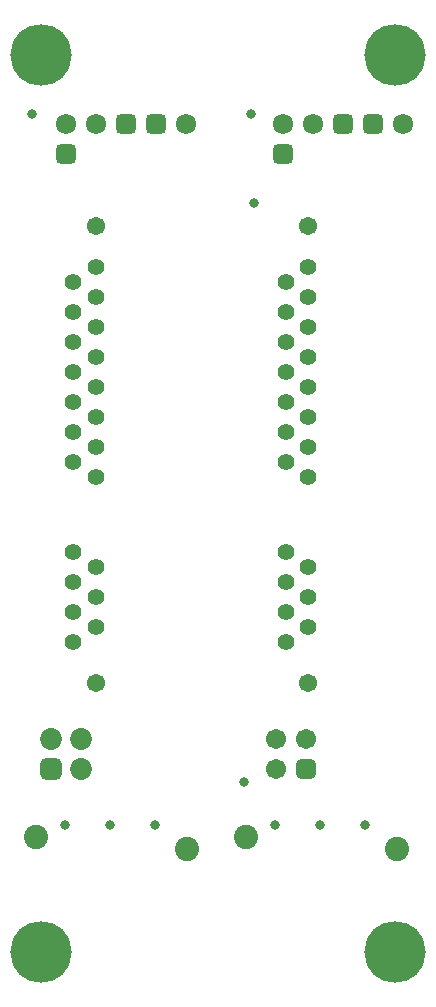
<source format=gbr>
G04*
G04 #@! TF.GenerationSoftware,Altium Limited,Altium Designer,22.11.1 (43)*
G04*
G04 Layer_Color=16711935*
%FSLAX44Y44*%
%MOMM*%
G71*
G04*
G04 #@! TF.SameCoordinates,6BFD124F-6662-46D6-B746-139303AAAD4B*
G04*
G04*
G04 #@! TF.FilePolarity,Negative*
G04*
G01*
G75*
%ADD16C,1.5432*%
%ADD17C,1.4032*%
%ADD18C,2.0500*%
%ADD19C,1.7032*%
G04:AMPARAMS|DCode=20|XSize=1.7032mm|YSize=1.7032mm|CornerRadius=0.4766mm|HoleSize=0mm|Usage=FLASHONLY|Rotation=90.000|XOffset=0mm|YOffset=0mm|HoleType=Round|Shape=RoundedRectangle|*
%AMROUNDEDRECTD20*
21,1,1.7032,0.7500,0,0,90.0*
21,1,0.7500,1.7032,0,0,90.0*
1,1,0.9532,0.3750,0.3750*
1,1,0.9532,0.3750,-0.3750*
1,1,0.9532,-0.3750,-0.3750*
1,1,0.9532,-0.3750,0.3750*
%
%ADD20ROUNDEDRECTD20*%
G04:AMPARAMS|DCode=21|XSize=1.7232mm|YSize=1.7232mm|CornerRadius=0.4816mm|HoleSize=0mm|Usage=FLASHONLY|Rotation=0.000|XOffset=0mm|YOffset=0mm|HoleType=Round|Shape=RoundedRectangle|*
%AMROUNDEDRECTD21*
21,1,1.7232,0.7600,0,0,0.0*
21,1,0.7600,1.7232,0,0,0.0*
1,1,0.9632,0.3800,-0.3800*
1,1,0.9632,-0.3800,-0.3800*
1,1,0.9632,-0.3800,0.3800*
1,1,0.9632,0.3800,0.3800*
%
%ADD21ROUNDEDRECTD21*%
%ADD22C,1.7232*%
G04:AMPARAMS|DCode=23|XSize=1.8532mm|YSize=1.8532mm|CornerRadius=0.5141mm|HoleSize=0mm|Usage=FLASHONLY|Rotation=270.000|XOffset=0mm|YOffset=0mm|HoleType=Round|Shape=RoundedRectangle|*
%AMROUNDEDRECTD23*
21,1,1.8532,0.8250,0,0,270.0*
21,1,0.8250,1.8532,0,0,270.0*
1,1,1.0282,-0.4125,-0.4125*
1,1,1.0282,-0.4125,0.4125*
1,1,1.0282,0.4125,0.4125*
1,1,1.0282,0.4125,-0.4125*
%
%ADD23ROUNDEDRECTD23*%
%ADD24C,1.8532*%
%ADD25C,5.2032*%
G04:AMPARAMS|DCode=26|XSize=1.7232mm|YSize=1.7232mm|CornerRadius=0.4816mm|HoleSize=0mm|Usage=FLASHONLY|Rotation=90.000|XOffset=0mm|YOffset=0mm|HoleType=Round|Shape=RoundedRectangle|*
%AMROUNDEDRECTD26*
21,1,1.7232,0.7600,0,0,90.0*
21,1,0.7600,1.7232,0,0,90.0*
1,1,0.9632,0.3800,0.3800*
1,1,0.9632,0.3800,-0.3800*
1,1,0.9632,-0.3800,-0.3800*
1,1,0.9632,-0.3800,0.3800*
%
%ADD26ROUNDEDRECTD26*%
%ADD27C,0.8128*%
D16*
X910260Y949300D02*
D03*
Y562000D02*
D03*
X730260Y949300D02*
D03*
Y562000D02*
D03*
D17*
X891200Y673100D02*
D03*
X910250Y660410D02*
D03*
X891200Y647700D02*
D03*
X910250Y635000D02*
D03*
X891200Y622300D02*
D03*
X910250Y609600D02*
D03*
X891200Y596900D02*
D03*
X910250Y914400D02*
D03*
X891200Y901700D02*
D03*
X910250Y889000D02*
D03*
X891200Y876310D02*
D03*
X910250Y863600D02*
D03*
X891200Y850900D02*
D03*
X910250Y838200D02*
D03*
X891200Y825500D02*
D03*
X910250Y812800D02*
D03*
X891200Y800100D02*
D03*
X910250Y787400D02*
D03*
X891200Y774700D02*
D03*
X910250Y762000D02*
D03*
X891200Y749300D02*
D03*
X910250Y736600D02*
D03*
X711200Y673100D02*
D03*
X730250Y660410D02*
D03*
X711200Y647700D02*
D03*
X730250Y635000D02*
D03*
X711200Y622300D02*
D03*
X730250Y609600D02*
D03*
X711200Y596900D02*
D03*
X730250Y914400D02*
D03*
X711200Y901700D02*
D03*
X730250Y889000D02*
D03*
X711200Y876310D02*
D03*
X730250Y863600D02*
D03*
X711200Y850900D02*
D03*
X730250Y838200D02*
D03*
X711200Y825500D02*
D03*
X730250Y812800D02*
D03*
X711200Y800100D02*
D03*
X730250Y787400D02*
D03*
X711200Y774700D02*
D03*
X730250Y762000D02*
D03*
X711200Y749300D02*
D03*
X730250Y736600D02*
D03*
D18*
X857250Y431800D02*
D03*
X985550Y421800D02*
D03*
X679450Y431800D02*
D03*
X807750Y421800D02*
D03*
D19*
X882650Y514350D02*
D03*
X908050D02*
D03*
X882650Y488950D02*
D03*
D20*
X908050D02*
D03*
D21*
X781050Y1035050D02*
D03*
X965200D02*
D03*
X755650D02*
D03*
X939800D02*
D03*
D22*
X806450D02*
D03*
X990600D02*
D03*
X704850D02*
D03*
X730250D02*
D03*
X889000D02*
D03*
X914400D02*
D03*
D23*
X692150Y488950D02*
D03*
D24*
X717550D02*
D03*
X692150Y514350D02*
D03*
X717550D02*
D03*
D25*
X684000Y1094000D02*
D03*
X984000D02*
D03*
Y334000D02*
D03*
X684000D02*
D03*
D26*
X704850Y1009650D02*
D03*
X889000D02*
D03*
D27*
X862000Y1044000D02*
D03*
X676000D02*
D03*
X864000Y968000D02*
D03*
X856000Y478000D02*
D03*
X958000Y442000D02*
D03*
X920000D02*
D03*
X882000D02*
D03*
X780000D02*
D03*
X742000D02*
D03*
X704000D02*
D03*
M02*

</source>
